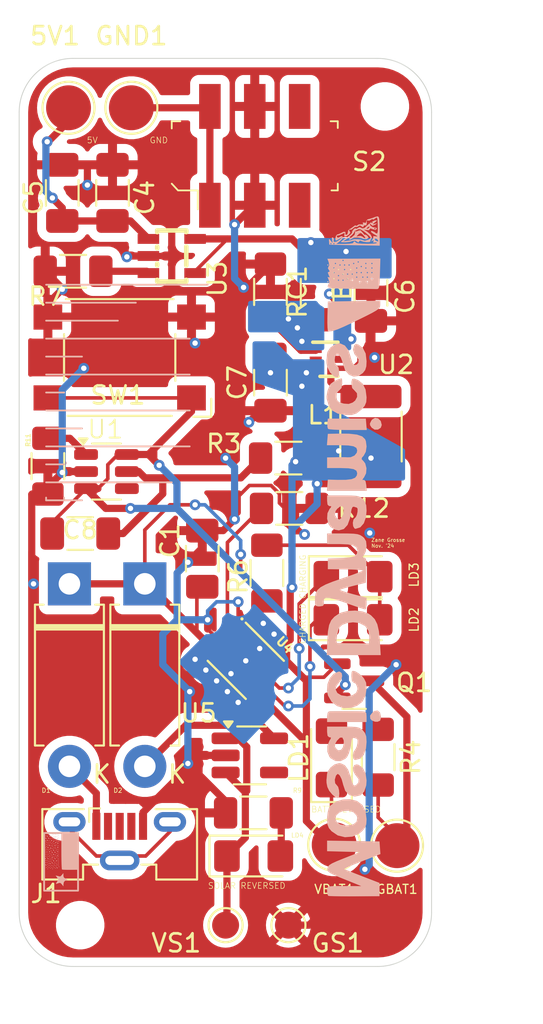
<source format=kicad_pcb>
(kicad_pcb (version 20240108) (generator "pcbnew") (generator_version "8.0")
  (layers (0 "F.Cu" signal) (31 "B.Cu" signal) (34 "B.Paste" user) (35 "F.Paste" user) (36 "B.SilkS" user "B.Silkscreen") (37 "F.SilkS" user "F.Silkscreen") (38 "B.Mask" user) (39 "F.Mask" user) (44 "Edge.Cuts" user))
  (net 0 "")
  (net 1 "Net-(U3-OUT)")
  (net 2 "GND")
  (net 3 "/3V7 -> 5V Boost")
  (net 4 "VBAT")
  (net 5 "Net-(U1-VDD)")
  (net 6 "Net-(Q1-S)")
  (net 7 "Net-(Q1-D)")
  (net 8 "unconnected-(J1-Shield-Pad6)")
  (net 12 "Net-(U2-SW)")
  (net 13 "Net-(LD1-A)")
  (net 14 "Net-(LD2-K)")
  (net 15 "Net-(LD2-A)")
  (net 16 "Net-(LD3-K)")
  (net 17 "Net-(LD4-A)")
  (net 18 "VSOLAR")
  (net 19 "Net-(U4-ISET)")
  (net 20 "Net-(U3-ISET)")
  (net 21 "Net-(U1-V-)")
  (net 22 "Net-(U2-FB)")
  (net 24 "unconnected-(U4-EXP-Pad9)")
  (net 25 "Net-(D1-K)")
  (net 26 "Net-(D1-A)")
  (net 27 "Net-(D2-A)")
  (net 30 "unconnected-(S2-Pad3)")
  (net 31 "Net-(GND1-Pad1)")
  (footprint "Resistor_SMD:R_1206_3216Metric_Pad1.30x1.75mm_HandSolder" (layer "F.Cu") (at 149.05 56.8)
    (property "Reference" "R3")
    (property "Value" "2K")
  )
  (footprint "" (layer "F.Cu") (at 137.4 80)
    (property "Reference" "")
    (property "Value" "")
  )
  (footprint "" (layer "F.Cu") (at 154.375 34.425)
    (property "Reference" "")
    (property "Value" "")
  )
  (footprint "TestPoint:TestPoint_Pad_D1.5mm" (layer "F.Cu") (at 145.5 80)
    (property "Reference" "VS1")
    (property "Value" "TestPoint")
  )
  (footprint "Resistor_SMD:R_1206_3216Metric_Pad1.30x1.75mm_HandSolder" (layer "F.Cu") (at 147.8 60.4 90)
    (property "Reference" "R6")
    (property "Value" "10K")
  )
  (footprint "" (layer "F.Cu") (at 154.375 34.425)
    (property "Reference" "")
    (property "Value" "")
  )
  (footprint "TestPoint:TestPoint_Pad_D2.5mm" (layer "F.Cu") (at 136.75 34.5)
    (property "Reference" "5V1")
    (property "Value" "TestPoint")
  )
  (footprint "Diode_THT:D_DO-15_P10.16mm_Horizontal" (layer "F.Cu") (at 136.8 61 -90)
    (property "Reference" "D1")
    (property "Value" "1N4007")
  )
  (footprint "LED_SMD:LED_1206_3216Metric_Pad1.42x1.75mm_HandSolder" (layer "F.Cu") (at 151.4 70.6875 90)
    (property "Reference" "LD1")
    (property "Value" "YELLOW WD")
  )
  (footprint "Resistor_SMD:R_1206_3216Metric_Pad1.30x1.75mm_HandSolder" (layer "F.Cu") (at 137 43.6 180)
    (property "Reference" "R7")
    (property "Value" "6.2K")
  )
  (footprint "Connector_USB:USB_Micro-B_Molex-105133-0031" (layer "F.Cu") (at 139.6 75.325)
    (property "Reference" "J1")
    (property "Value" "USB_B_Micro")
  )
  (footprint "LED_SMD:LED_1206_3216Metric_Pad1.42x1.75mm_HandSolder" (layer "F.Cu") (at 147.0625 76.15)
    (property "Reference" "LD4")
    (property "Value" "YELLOW WD")
  )
  (footprint "CN3065:DFN300X300X90-9N" (layer "F.Cu") (at 146.624264 65.284924 -45)
    (property "Reference" "U4")
    (property "Value" "CN3065")
  )
  (footprint "TestPoint:TestPoint_Pad_D1.5mm" (layer "F.Cu") (at 149 80)
    (property "Reference" "GS1")
    (property "Value" "TestPoint")
  )
  (footprint "TestPoint:TestPoint_Pad_D2.5mm" (layer "F.Cu") (at 151.55 75.525)
    (property "Reference" "VBAT1")
    (property "Value" "TestPoint")
  )
  (footprint "Capacitor_SMD:C_1206_3216Metric_Pad1.33x1.80mm_HandSolder" (layer "F.Cu") (at 137.4 58.2)
    (property "Reference" "C8")
    (property "Value" "0.1uF")
  )
  (footprint "Resistor_SMD:R_1206_3216Metric_Pad1.30x1.75mm_HandSolder" (layer "F.Cu") (at 150.6 44.75 -90)
    (property "Reference" "RB2")
    (property "Value" "910K")
  )
  (footprint "Resistor_SMD:R_1206_3216Metric_Pad1.30x1.75mm_HandSolder" (layer "F.Cu") (at 147.05 73.75 180)
    (property "Reference" "R9")
    (property "Value" "1K")
  )
  (footprint "" (layer "F.Cu") (at 137.4 80)
    (property "Reference" "")
    (property "Value" "")
  )
  (footprint "Capacitor_SMD:C_1206_3216Metric_Pad1.33x1.80mm_HandSolder" (layer "F.Cu") (at 139.2 39.2375 -90)
    (property "Reference" "C4")
    (property "Value" "100nF")
  )
  (footprint "digikey-footprints:Switch_Slide_JS202011SCQN" (layer "F.Cu") (at 147.125 37.175)
    (property "Reference" "S2")
    (property "Value" "JS202011SCQN")
  )
  (footprint "TPS61023DRLR:DRL0006A" (layer "F.Cu") (at 151.259999 48.500001)
    (property "Reference" "U2")
    (property "Value" "TPS61023DRLR")
  )
  (footprint "Package_TO_SOT_SMD:SOT-23" (layer "F.Cu") (at 152.6625 66.4)
    (property "Reference" "Q1")
    (property "Value" "AO3400A")
  )
  (footprint "Button_Switch_SMD:SW_SPST_Omron_B3FS-100xP" (layer "F.Cu") (at 139.6 48.4 180)
    (property "Reference" "SW1")
    (property "Value" "SW_Omron_B3FS")
  )
  (footprint "TestPoint:TestPoint_Pad_D2.5mm" (layer "F.Cu") (at 155.05 75.575)
    (property "Reference" "GBAT1")
    (property "Value" "TestPoint")
  )
  (footprint "customlibrary:DW06D" (layer "F.Cu") (at 142.3125 60.75)
    (property "Reference" "U1")
    (property "Value" "~")
  )
  (footprint "Diode_THT:D_DO-15_P10.16mm_Horizontal" (layer "F.Cu") (at 141 61 -90)
    (property "Reference" "D2")
    (property "Value" "1N4007")
  )
  (footprint "Capacitor_SMD:C_1206_3216Metric_Pad1.33x1.80mm_HandSolder" (layer "F.Cu") (at 136.4 39.2375 -90)
    (property "Reference" "C5")
    (property "Value" "10uF")
  )
  (footprint "SY6280:SOT23-5" (layer "F.Cu") (at 142.5001 42.75 -90)
    (property "Reference" "U3")
    (property "Value" "SY6280")
  )
  (footprint "TestPoint:TestPoint_Pad_D2.5mm" (layer "F.Cu") (at 140.25 34.5)
    (property "Reference" "GND1")
    (property "Value" "TestPoint")
  )
  (footprint "Resistor_SMD:R_1206_3216Metric_Pad1.30x1.75mm_HandSolder" (layer "F.Cu") (at 154 70.65 -90)
    (property "Reference" "R4")
    (property "Value" "1K")
  )
  (footprint "Resistor_SMD:R_1206_3216Metric_Pad1.30x1.75mm_HandSolder" (layer "F.Cu") (at 149 54 180)
    (property "Reference" "R12")
    (property "Value" "100R")
  )
  (footprint "Capacitor_SMD:C_1206_3216Metric_Pad1.33x1.80mm_HandSolder" (layer "F.Cu") (at 153.6 44.8 90)
    (property "Reference" "C6")
    (property "Value" "47uF")
  )
  (footprint "Inductor_SMD:L_1812_4532Metric_Pad1.30x3.40mm_HandSolder" (layer "F.Cu") (at 153.6 52.8 90)
    (property "Reference" "L1")
    (property "Value" "1uH")
  )
  (footprint "LED_SMD:LED_1206_3216Metric_Pad1.42x1.75mm_HandSolder" (layer "F.Cu") (at 152.6 60.6)
    (property "Reference" "LD3")
    (property "Value" "RED IND")
  )
  (footprint "Capacitor_SMD:C_1206_3216Metric_Pad1.33x1.80mm_HandSolder" (layer "F.Cu") (at 148 49.8 90)
    (property "Reference" "C7")
    (property "Value" "22uF")
  )
  (footprint "Resistor_SMD:R_1206_3216Metric_Pad1.30x1.75mm_HandSolder" (layer "F.Cu") (at 148 44.75 90)
    (property "Reference" "RC1")
    (property "Value" "100K")
  )
  (footprint "LED_SMD:LED_1206_3216Metric_Pad1.42x1.75mm_HandSolder" (layer "F.Cu") (at 152.6 63)
    (property "Reference" "LD2")
    (property "Value" "GREEN IND")
  )
  (footprint "Resistor_SMD:R_1206_3216Metric_Pad1.30x1.75mm_HandSolder" (layer "F.Cu") (at 135.6 54.45 -90)
    (property "Reference" "R11")
    (property "Value" "1K")
  )
  (footprint "Package_TO_SOT_SMD:SOT-23-5_HandSoldering" (layer "F.Cu") (at 146.85 70.55)
    (property "Reference" "U5")
    (property "Value" "AP2127K-4.75")
  )
  (footprint "Capacitor_SMD:C_1206_3216Metric_Pad1.33x1.80mm_HandSolder" (layer "F.Cu") (at 144.2 59.6 90)
    (property "Reference" "C1")
    (property "Value" "22uF")
  )
  (footprint "LOGO" (layer "B.Cu") (at 136.35 76.379263 90)
    (property "Reference" "G***" (hide yes))
    (property "Value" "LOGO" (hide yes))
  )
  (footprint "LOGO" (layer "B.Cu") (at 152.17 59.465 90)
    (property "Reference" "G***" (hide yes))
    (property "Value" "LOGO" (hide yes))
  )
  (gr_line (start 135.5 45.35) (end 140.5 45.35) (stroke (width 0.1)) (layer "B.SilkS"))
  (gr_line (start 136.5 56.35) (end 136.5 56.2) (stroke (width 0.1)) (layer "B.SilkS"))
  (gr_line (start 135.5 56.35) (end 135.5 56.2) (stroke (width 0.1)) (layer "B.SilkS"))
  (gr_line (start 135.5 49.35) (end 143.5 49.35) (stroke (width 0.1)) (layer "B.SilkS"))
  (gr_line (start 135.5 54.35) (end 136.5 54.35) (stroke (width 0.1)) (layer "B.SilkS"))
  (gr_line (start 135.5 56.35) (end 137.5 56.35) (stroke (width 0.1)) (layer "B.SilkS"))
  (gr_line (start 135.5 48.35) (end 137.5 48.35) (stroke (width 0.1)) (layer "B.SilkS"))
  (gr_line (start 135.5 55.35) (end 142.5 55.35) (stroke (width 0.1)) (layer "B.SilkS"))
  (gr_rect (start 135.389999 74.87) (end 137.279999 78.08) (stroke (width 0.1)) (fill none) (layer "B.SilkS"))
  (gr_line (start 135.5 47.35) (end 143.5 47.35) (stroke (width 0.1)) (layer "B.SilkS"))
  (gr_line (start 135.5 50.35) (end 136.5 50.35) (stroke (width 0.1)) (layer "B.SilkS"))
  (gr_line (start 135.5 52.35) (end 137.5 52.35) (stroke (width 0.1)) (layer "B.SilkS"))
  (gr_line (start 135.5 44.35) (end 144.5 44.35) (stroke (width 0.1)) (layer "B.SilkS"))
  (gr_line (start 135.5 53.35) (end 143.5 53.35) (stroke (width 0.1)) (layer "B.SilkS"))
  (gr_line (start 135.5 46.35) (end 139.5 46.35) (stroke (width 0.1)) (layer "B.SilkS"))
  (gr_line (start 135.5 51.35) (end 143.5 51.35) (stroke (width 0.1)) (layer "B.SilkS"))
  (gr_line (start 135.5 56.35) (end 136.5 56.35) (stroke (width 0.1)) (layer "B.SilkS"))
  (gr_line (start 137 31.75) (end 153.975 31.75) (stroke (width 0.05)) (layer "Edge.Cuts"))
  (gr_arc (start 153.975 31.75) (mid 156.09632 32.62868) (end 156.975 34.75) (stroke (width 0.05)) (layer "Edge.Cuts"))
  (gr_line (start 134 79.3) (end 134 34.75) (stroke (width 0.05)) (layer "Edge.Cuts"))
  (gr_arc (start 134 34.75) (mid 134.87868 32.62868) (end 137 31.75) (stroke (width 0.05)) (layer "Edge.Cuts"))
  (gr_arc (start 137 82.3) (mid 134.87868 81.42132) (end 134 79.3) (stroke (width 0.05)) (layer "Edge.Cuts"))
  (gr_line (start 156.975 34.75) (end 156.975 79.3) (stroke (width 0.05)) (layer "Edge.Cuts"))
  (gr_arc (start 156.975 79.3) (mid 156.09632 81.42132) (end 153.975 82.3) (stroke (width 0.05)) (layer "Edge.Cuts"))
  (gr_line (start 153.975 82.3) (end 137 82.3) (stroke (width 0.05)) (layer "Edge.Cuts"))
  (gr_text "5V" (at 137.75 36.5 0) (layer "F.SilkS") (effects (font (size 0.333333 0.333333) (thickness 0.033333)) (justify left bottom)))
  (gr_text "CHARGED\n\n" (at 150.53 64.37 90) (layer "F.SilkS") (effects (font (size 0.333333 0.333333) (thickness 0.033333)) (justify left bottom)))
  (gr_text "GND\n" (at 141.25 36.5 0) (layer "F.SilkS") (effects (font (size 0.333333 0.333333) (thickness 0.033333)) (justify left bottom)))
  (gr_text "BATT REVERSED\n" (at 150.25 73.75 0) (layer "F.SilkS") (effects (font (size 0.333333 0.333333) (thickness 0.033333)) (justify left bottom)))
  (gr_text "SOLAR REVERSED\n" (at 144.5 78 0) (layer "F.SilkS") (effects (font (size 0.333333 0.333333) (thickness 0.033333)) (justify left bottom)))
  (gr_text "Zane Grosse\nNov. '24" (at 153.6 59 0) (layer "F.SilkS") (effects (font (size 0.2 0.2) (thickness 0.032)) (justify left bottom)))
  (gr_text "CHARGING\n" (at 150 61.865 90) (layer "F.SilkS") (effects (font (size 0.333333 0.333333) (thickness 0.033333)) (justify left bottom)))
  (segment (start 140.2 40.8) (end 141.2 41.8) (width 0.4) (layer "F.Cu") (net 1))
  (segment (start 136.75 35.25) (end 136.75 34.5) (width 0.4) (layer "F.Cu") (net 1))
  (segment (start 135.61 36.39) (end 136.75 35.25) (width 0.4) (layer "F.Cu") (net 1))
  (segment (start 136.4 40.8) (end 139.2 40.8) (width 0.4) (layer "F.Cu") (net 1))
  (segment (start 135.56 36.39) (end 135.61 36.39) (width 0.4) (layer "F.Cu") (net 1))
  (segment (start 139.2 40.8) (end 140.2 40.8) (width 0.4) (layer "F.Cu") (net 1))
  (segment (start 136.4 40.07) (end 136.4 40.8) (width 0.4) (layer "F.Cu") (net 1))
  (segment (start 135.85 39.52) (end 136.4 40.07) (width 0.4) (layer "F.Cu") (net 1))
  (via (at 135.56 36.39) (size 0.6) (drill 0.3) (layers "F.Cu" "B.Cu") (net 1))
  (via (at 135.85 39.52) (size 0.6) (drill 0.3) (layers "F.Cu" "B.Cu") (net 1))
  (segment (start 135.49 36.46) (end 135.56 36.39) (width 0.4) (layer "B.Cu") (net 1))
  (segment (start 135.49 39.16) (end 135.49 36.46) (width 0.4) (layer "B.Cu") (net 1))
  (segment (start 135.85 39.52) (end 135.49 39.16) (width 0.4) (layer "B.Cu") (net 1))
  (segment (start 143.85 70.55) (end 143.4 71) (width 0.4) (layer "F.Cu") (net 2))
  (segment (start 146.823834 55.525) (end 148.034744 55.525) (width 0.2) (layer "F.Cu") (net 2))
  (segment (start 149.5 56.8) (end 150.6 56.8) (width 0.2) (layer "F.Cu") (net 2))
  (segment (start 140.05 42.75) (end 140 42.8) (width 0.4) (layer "F.Cu") (net 2))
  (segment (start 137.8 37.675) (end 137.8 38.8) (width 0.4) (layer "F.Cu") (net 2))
  (segment (start 149.5 56.8) (end 149.5 57.85) (width 0.2) (layer "F.Cu") (net 2))
  (segment (start 153.4 48.184997) (end 153.4 46.3625) (width 0.2) (layer "F.Cu") (net 2))
  (segment (start 143.6 46.15) (end 143.6 47.4) (width 0.4) (layer "F.Cu") (net 2))
  (segment (start 148.8 56.8) (end 149.5 56.8) (width 0.2) (layer "F.Cu") (net 2))
  (segment (start 136.4 44.55) (end 135.45 43.6) (width 0.4) (layer "F.Cu") (net 2))
  (segment (start 135.6 46.15) (end 135.6 45.4) (width 0.4) (layer "F.Cu") (net 2))
  (segment (start 146.2 62.001256) (end 146.201256 62) (width 0.2) (layer "F.Cu") (net 2))
  (segment (start 152.16 56.8) (end 150.6 56.8) (width 0.2) (layer "F.Cu") (net 2))
  (segment (start 153.4 48.184997) (end 153.584997 48.184997) (width 0.2) (layer "F.Cu") (net 2))
  (segment (start 152.584997 49) (end 153.4 48.184997) (width 0.2) (layer "F.Cu") (net 2))
  (segment (start 144.5 63.514214) (end 144.5 63) (width 0.4) (layer "F.Cu") (net 2))
  (segment (start 144.2 59) (end 143.4 59.8) (width 0.4) (layer "F.Cu") (net 2))
  (segment (start 146.2 63.8) (end 146.2 62.001256) (width 0.2) (layer "F.Cu") (net 2))
  (segment (start 148 51.3625) (end 147.4375 51.3625) (width 0.4) (layer "F.Cu") (net 2))
  (segment (start 149 80) (end 150.15 80) (width 0.4) (layer "F.Cu") (net 2))
  (segment (start 134.7 56.025) (end 134.7 60.9) (width 0.4) (layer "F.Cu") (net 2))
  (segment (start 144.2 58.0375) (end 145.3625 58.0375) (width 0.4) (layer "F.Cu") (net 2))
  (segment (start 146 57.4) (end 146 56.348834) (width 0.2) (layer "F.Cu") (net 2))
  (segment (start 136.4 44.6) (end 136.4 44.55) (width 0.4) (layer "F.Cu") (net 2))
  (segment (start 147.4375 51.3625) (end 146.8 52) (width 0.4) (layer "F.Cu") (net 2))
  (segment (start 148.5 55.990256) (end 148.5 56.5) (width 0.2) (layer "F.Cu") (net 2))
  (segment (start 136.4 37.675) (end 137.8 37.675) (width 0.4) (layer "F.Cu") (net 2))
  (segment (start 149.5 57.85) (end 149.9 58.25) (width 0.2) (layer "F.Cu") (net 2))
  (segment (start 146 56.348834) (end 146.823834 55.525) (width 0.2) (layer "F.Cu") (net 2))
  (segment (start 153.584997 48.184997) (end 153.8 48.4) (width 0.2) (layer "F.Cu") (net 2))
  (segment (start 135.6 56) (end 134.725 56) (width 0.4) (layer "F.Cu") (net 2))
  (segment (start 135.6 45.4) (end 136.4 44.6) (width 0.4) (layer "F.Cu") (net 2))
  (segment (start 145.5 70.55) (end 143.85 70.55) (width 0.4) (layer "F.Cu") (net 2))
  (segment (start 145.492893 64.507107) (end 144.5 63.514214) (width 0.2) (layer "F.Cu") (net 2))
  (segment (start 143.4 71.225) (end 143.4 71) (width 0.4) (layer "F.Cu") (net 2))
  (segment (start 141.2 42.75) (end 140.05 42.75) (width 0.4) (layer "F.Cu") (net 2))
  (segment (start 143.6 47.4) (end 143.8 47.6) (width 0.4) (layer "F.Cu") (net 2))
  (segment (start 152 49) (end 152.584997 49) (width 0.2) (layer "F.Cu") (net 2))
  (segment (start 135.6 55.6) (end 136.4 54.8) (width 0.4) (layer "F.Cu") (net 2))
  (segment (start 134.7 60.9) (end 134.8 61) (width 0.4) (layer "F.Cu") (net 2))
  (segment (start 147.25 34.5) (end 147.3 34.45) (width 0.4) (layer "F.Cu") (net 2))
  (segment (start 134.725 56) (end 134.7 56.025) (width 0.4) (layer "F.Cu") (net 2))
  (segment (start 145.5 73.75) (end 145.5 73.1) (width 0.4) (layer "F.Cu") (net 2))
  (segment (start 146.5 44.5) (end 146.7 44.5) (width 0.4) (layer "F.Cu") (net 2))
  (segment (start 137.725 54.75) (end 136.45 54.75) (width 0.4) (layer "F.Cu") (net 2))
  (segment (start 147.075 39.925) (end 146 41) (width 0.4) (layer "F.Cu") (net 2))
  (segment (start 147.125 34.425) (end 147.125 39.925) (width 0.4) (layer "F.Cu") (net 2))
  (segment (start 146.7 44.5) (end 148 43.2) (width 0.4) (layer "F.Cu") (net 2))
  (segment (start 140.9 74.25) (end 140.9 73.725) (width 0.4) (layer "F.Cu") (net 2))
  (segment (start 153.53 58.17) (end 152.16 56.8) (width 0.2) (layer "F.Cu") (net 2))
  (segment (start 136.45 54.75) (end 136.4 54.8) (width 0.4) (layer "F.Cu") (net 2))
  (segment (start 147.125 39.925) (end 147.075 39.925) (width 0.4) (layer "F.Cu") (net 2))
  (segment (start 148.034744 55.525) (end 148.5 55.990256) (width 0.2) (layer "F.Cu") (net 2))
  (segment (start 145.5 73.1) (end 143.4 71) (width 0.4) (layer "F.Cu") (net 2))
  (segment (start 148.5 56.5) (end 148.8 56.8) (width 0.2) (layer "F.Cu") (net 2))
  (segment (start 144.2 58.0375) (end 144.2 59) (width 0.4) (layer "F.Cu") (net 2))
  (segment (start 135.6 56) (end 135.6 55.6) (width 0.4) (layer "F.Cu") (net 2))
  (segment (start 145.3625 58.0375) (end 146 57.4) (width 0.4) (layer "F.Cu") (net 2))
  (segment (start 140.9 73.725) (end 143.4 71.225) (width 0.4) (layer "F.Cu") (net 2))
  (segment (start 150.15 80) (end 153.26 76.89) (width 0.4) (layer "F.Cu") (net 2))
  (segment (start 137.8 37.675) (end 139.2 37.675) (width 0.4) (layer "F.Cu") (net 2))
  (via (at 146.201256 62) (size 0.6) (drill 0.3) (layers "F.Cu" "B.Cu") (net 2))
  (via (at 143.8 47.6) (size 0.6) (drill 0.3) (layers "F.Cu" "B.Cu") (net 2))
  (via (at 153.26 76.89) (size 0.6) (drill 0.3) (layers "F.Cu" "B.Cu") (net 2))
  (via (at 137.8 38.8) (size 0.6) (drill 0.3) (layers "F.Cu" "B.Cu") (net 2))
  (via (at 136.4 44.6) (size 0.6) (drill 0.3) (layers "F.Cu" "B.Cu") (net 2))
  (via (at 137.6 49) (size 0.6) (drill 0.3) (layers "F.Cu" "B.Cu") (net 2))
  (via (at 144.5 63) (size 0.6) (drill 0.3) (layers "F.Cu" "B.Cu") (net 2))
  (via (at 136.4 44.6) (size 0.6) (drill 0.3) (layers "F.Cu" "B.Cu") (net 2))
  (via (at 149.9 58.25) (size 0.6) (drill 0.3) (layers "F.Cu" "B.Cu") (net 2))
  (via (at 146.5 44.5) (size 0.6) (drill 0.3) (layers "F.Cu" "B.Cu") (net 2))
  (via (at 146 57.4) (size 0.6) (drill 0.3) (layers "F.Cu" "B.Cu") (net 2))
  (via (at 155 65.5) (size 0.6) (drill 0.3) (layers "F.Cu" "B.Cu") (net 2))
  (via (at 153.8 48.4) (size 0.6) (drill 0.3) (layers "F.Cu" "B.Cu") (net 2))
  (via (at 134.8 61) (size 0.6) (drill 0.3) (layers "F.Cu" "B.Cu") (net 2))
  (via (at 143.5 67) (size 0.6) (drill 0.3) (layers "F.Cu" "B.Cu") (net 2))
  (via (at 143.4 59.8) (size 0.6) (drill 0.3) (layers "F.Cu" "B.Cu") (net 2))
  (via (at 136.4 54.8) (size 0.6) (drill 0.3) (layers "F.Cu" "B.Cu") (net 2))
  (via (at 140 42.8) (size 0.6) (drill 0.3) (layers "F.Cu" "B.Cu") (net 2))
  (via (at 153.53 58.17) (size 0.6) (drill 0.3) (layers "F.Cu" "B.Cu") (net 2))
  (via (at 143.4 71) (size 0.6) (drill 0.3) (layers "F.Cu" "B.Cu") (net 2))
  (via (at 145.5 54) (size 0.6) (drill 0.3) (layers "F.Cu" "B.Cu") (net 2))
  (via (at 146.8 52) (size 0.6) (drill 0.3) (layers "F.Cu" "B.Cu") (net 2))
  (via (at 146 41) (size 0.6) (drill 0.3) (layers "F.Cu" "B.Cu") (net 2))
  (segment (start 146 41) (end 146 43.5) (width 0.4) (layer "B.Cu") (net 2))
  (segment (start 142 65.5) (end 142 63.8) (width 0.4) (layer "B.Cu") (net 2))
  (segment (start 145 62) (end 146.201256 62) (width 0.2) (layer "B.Cu") (net 2))
  (segment (start 146 43.5) (end 146 44) (width 0.4) (layer "B.Cu") (net 2))
  (segment (start 146 44) (end 146.5 44.5) (width 0.4) (layer "B.Cu") (net 2))
  (segment (start 143.4 71) (end 143.4 67.1) (width 0.4) (layer "B.Cu") (net 2))
  (segment (start 136.4 54.8) (end 136.4 50.2) (width 0.4) (layer "B.Cu") (net 2))
  (segment (start 146 54.5) (end 145.5 54) (width 0.4) (layer "B.Cu") (net 2))
  (segment (start 136.4 50.2) (end 137.6 49) (width 0.4) (layer "B.Cu") (net 2))
  (segment (start 143.4 67.1) (end 143.5 67) (width 0.4) (layer "B.Cu") (net 2))
  (segment (start 142 63.8) (end 142.8 63) (width 0.4) (layer "B.Cu") (net 2))
  (segment (start 144.5 62.5) (end 145 62) (width 0.2) (layer "B.Cu") (net 2))
  (segment (start 146 57.4) (end 146 54.5) (width 0.4) (layer "B.Cu") (net 2))
  (segment (start 143.5 67) (end 142 65.5) (width 0.4) (layer "B.Cu") (net 2))
  (segment (start 142.8 60.4) (end 142.8 63) (width 0.4) (layer "B.Cu") (net 2))
  (segment (start 153.5 67) (end 155 65.5) (width 0.4) (layer "B.Cu") (net 2))
  (segment (start 153.26 76.89) (end 153.5 76.65) (width 0.4) (layer "B.Cu") (net 2))
  (segment (start 144.5 63) (end 144.5 62.5) (width 0.2) (layer "B.Cu") (net 2))
  (segment (start 153.5 76.65) (end 153.5 67) (width 0.4) (layer "B.Cu") (net 2))
  (segment (start 142.8 63) (end 143 63) (width 0.4) (layer "B.Cu") (net 2))
  (segment (start 143.4 59.8) (end 142.8 60.4) (width 0.4) (layer "B.Cu") (net 2))
  (segment (start 144.5 63) (end 143 63) (width 0.4) (layer "B.Cu") (net 2))
  (segment (start 152 46) (end 152 43.2) (width 0.4) (layer "F.Cu") (net 3))
  (segment (start 152.21 42.5) (end 152.8625 42.5) (width 0.4) (layer "F.Cu") (net 3))
  (segment (start 152.489537 47.369336) (end 152.130664 47.369336) (width 0.4) (layer "F.Cu") (net 3))
  (segment (start 143.8002 43.5998) (end 145.6 41.8) (width 0.2) (layer "F.Cu") (net 3))
  (segment (start 149.2 41.8) (end 145.6 41.8) (width 0.4) (layer "F.Cu") (net 3))
  (segment (start 150.6 43.2) (end 150.6 42.35) (width 0.2) (layer "F.Cu") (net 3))
  (segment (start 150.6 42.35) (end 150.25 42) (width 0.2) (layer "F.Cu") (net 3))
  (segment (start 152 47.5) (end 152 46) (width 0.4) (layer "F.Cu") (net 3))
  (segment (start 150.6 43.2) (end 152 43.2) (width 0.2) (layer "F.Cu") (net 3))
  (segment (start 150.6 43.2) (end 149.2 41.8) (width 0.4) (layer "F.Cu") (net 3))
  (segment (start 151.28 44.86) (end 152 45.58) (width 0.4) (layer "F.Cu") (net 3))
  (segment (start 152.8625 42.5) (end 153.6 43.2375) (width 0.4) (layer "F.Cu") (net 3))
  (segment (start 152.130664 47.369336) (end 152 47.5) (width 0.4) (layer "F.Cu") (net 3))
  (segment (start 143.8002 43.7) (end 143.8002 43.5998) (width 0.2) (layer "F.Cu") (net 3))
  (segment (start 152 43.2) (end 153.3625 43.2) (width 0.2) (layer "F.Cu") (net 3))
  (segment (start 145.6 41.8) (end 143.8002 41.8) (width 0.4) (layer "F.Cu") (net 3))
  (segment (start 152 47.999999) (end 152 47.5) (width 0.4) (layer "F.Cu") (net 3))
  (segment (start 152 45.58) (end 152 46) (width 0.4) (layer "F.Cu") (net 3))
  (segment (start 153.3625 43.2) (end 153.4 43.2375) (width 0.2) (layer "F.Cu") (net 3))
  (via (at 152.21 42.5) (size 0.6) (drill 0.3) (layers "F.Cu" "B.Cu") (net 3))
  (via (at 152.489537 47.369336) (size 0.6) (drill 0.3) (layers "F.Cu" "B.Cu") (net 3))
  (via (at 151.28 44.86) (size 0.6) (drill 0.3) (layers "F.Cu" "B.Cu") (net 3))
  (via (at 150.25 42) (size 0.6) (drill 0.3) (layers "F.Cu" "B.Cu") (net 3))
  (segment (start 148.9 64.31005) (end 149.1 64.11005) (width 0.4) (layer "F.Cu") (net 4))
  (segment (start 149.4 54.2) (end 149.6 54) (width 0.4) (layer "F.Cu") (net 4))
  (segment (start 150.95 53.6) (end 150.55 54) (width 0.2) (layer "F.Cu") (net 4))
  (segment (start 150.975 66.2) (end 151.725 65.45) (width 0.2) (layer "F.Cu") (net 4))
  (segment (start 150.519998 50.25) (end 150 50.25) (width 0.4) (layer "F.Cu") (net 4))
  (segment (start 150 66.4) (end 150 70.2) (width 0.4) (layer "F.Cu") (net 4))
  (segment (start 149.1 61.3) (end 149.2 61.2) (width 0.4) (layer "F.Cu") (net 4))
  (segment (start 151.4 75.6) (end 151.4 72.175) (width 0.2) (layer "F.Cu") (net 4))
  (segment (start 153.2 55.425) (end 153.6 55.025) (width 0.4) (layer "F.Cu") (net 4))
  (segment (start 150.519998 49) (end 150.519998 48.8) (width 0.4) (layer "F.Cu") (net 4))
  (segment (start 150.55 53.65) (end 150.519998 53.619998) (width 0.4) (layer "F.Cu") (net 4))
  (segment (start 149.8 66.2) (end 150 66.4) (width 0.4) (layer "F.Cu") (net 4))
  (segment (start 147.572614 67.4) (end 146.995495 66.822881) (width 0.4) (layer "F.Cu") (net 4))
  (segment (start 151.4 75.6) (end 150 74.2) (width 0.4) (layer "F.Cu") (net 4))
  (segment (start 150.519998 49) (end 150.25 49) (width 0.4) (layer "F.Cu") (net 4))
  (segment (start 147.579998 67.4) (end 147.572614 67.4) (width 0.4) (layer "F.Cu") (net 4))
  (segment (start 150 70.2) (end 150 69.820002) (width 0.4) (layer "F.Cu") (net 4))
  (segment (start 149.889999 69.710001) (end 147.579998 67.4) (width 0.4) (layer "F.Cu") (net 4))
  (segment (start 150.519998 53.619998) (end 150.519998 50.25) (width 0.4) (layer "F.Cu") (net 4))
  (segment (start 151.175 54.625) (end 150.55 54) (width 0.2) (layer "F.Cu") (net 4))
  (segment (start 148.5625 48.8) (end 150.519998 48.8) (width 0.2) (layer "F.Cu") (net 4))
  (segment (start 153.6 54) (end 153.6 55.025) (width 0.4) (layer "F.Cu") (net 4))
  (segment (start 150 50.25) (end 149.75 50) (width 0.4) (layer "F.Cu") (net 4))
  (segment (start 149.889999 69.710001) (end 149.8 69.620002) (width 0.2) (layer "F.Cu") (net 4))
  (segment (start 151.8 53.6) (end 150.95 53.6) (width 0.2) (layer "F.Cu") (net 4))
  (segment (start 150.519998 48.8) (end 150.519998 48.549998) (width 0.4) (layer "F.Cu") (net 4))
  (segment (start 150 74.2) (end 150 70.2) (width 0.4) (layer "F.Cu") (net 4))
  (segment (start 151.55 75.525) (end 151.725 75.525) (width 0.2) (layer "F.Cu") (net 4))
  (segment (start 149 65.4) (end 148.418376 65.4) (width 0.2) (layer "F.Cu") (net 4))
  (segment (start 148.9 65.3) (end 148.9 64.31005) (width 0.4) (layer "F.Cu") (net 4))
  (segment (start 149.1 64.11005) (end 149.1 61.3) (width 0.4) (layer "F.Cu") (net 4))
  (segment (start 153.4 54.625) (end 151.175 54.625) (width 0.4) (layer "F.Cu") (net 4))
  (segment (start 151.725 75.525) (end 152.4 76.2) (width 0.2) (layer "F.Cu") (net 4))
  (segment (start 149.8 66.2) (end 150.975 66.2) (width 0.2) (layer "F.Cu") (net 4))
  (segment (start 150.519998 50.25) (end 150.519998 49) (width 0.4) (layer "F.Cu") (net 4))
  (segment (start 148 48.2375) (end 148 49.25) (width 0.4) (layer "F.Cu") (net 4))
  (segment (start 149.8 66.2) (end 148.9 65.3) (width 0.4) (layer "F.Cu") (net 4))
  (segment (start 150.6 55.425) (end 153.2 55.425) (width 0.4) (layer "F.Cu") (net 4))
  (segment (start 150.55 54) (end 150.55 53.65) (width 0.4) (layer "F.Cu") (net 4))
  (segment (start 150 69.820002) (end 149.889999 69.710001) (width 0.4) (layer "F.Cu") (net 4))
  (segment (start 149.6 54) (end 150.55 54) (width 0.4) (layer "F.Cu") (net 4))
  (segment (start 150.25 49) (end 150 49.25) (width 0.4) (layer "F.Cu") (net 4))
  (segment (start 148.418376 65.4) (end 148.109188 65.709188) (width 0.2) (layer "F.Cu") (net 4))
  (via (at 149.4 54.2) (size 0.6) (drill 0.3) (layers "F.Cu" "B.Cu") (net 4))
  (via (at 153.6 54) (size 0.6) (drill 0.3) (layers "F.Cu" "B.Cu") (net 4))
  (via (at 149.2 61.2) (size 0.6) (drill 0.3) (layers "F.Cu" "B.Cu") (net 4))
  (via (at 151.8 53.6) (size 0.6) (drill 0.3) (layers "F.Cu" "B.Cu") (net 4))
  (via (at 148 49.25) (size 0.6) (drill 0.3) (layers "F.Cu" "B.Cu") (net 4))
  (via (at 150 49.25) (size 0.6) (drill 0.3) (layers "F.Cu" "B.Cu") (net 4))
  (via (at 149.75 50) (size 0.6) (drill 0.3) (layers "F.Cu" "B.Cu") (net 4))
  (via (at 150.6 55.425) (size 0.6) (drill 0.3) (layers "F.Cu" "B.Cu") (net 4))
  (segment (start 150.6 56.56005) (end 149.2 57.96005) (width 0.4) (layer "B.Cu") (net 4))
  (segment (start 149.2 59.8) (end 149.2 61.2) (width 0.4) (layer "B.Cu") (net 4))
  (segment (start 150.6 55.425) (end 150.6 56.56005) (width 0.4) (layer "B.Cu") (net 4))
  (segment (start 149.2 54.4) (end 149.2 59.8) (width 0.4) (layer "B.Cu") (net 4))
  (segment (start 149.4 54.2) (end 149.2 54.4) (width 0.4) (layer "B.Cu") (net 4))
  (segment (start 149.2 57.96005) (end 149.2 59.8) (width 0.4) (layer "B.Cu") (net 4))
  (segment (start 146.35 55.1) (end 142 55.1) (width 0.4) (layer "F.Cu") (net 5))
  (segment (start 142 55.1) (end 141.012499 55.1) (width 0.4) (layer "F.Cu") (net 5))
  (segment (start 139.78995 58.2) (end 142 55.98995) (width 0.4) (layer "F.Cu") (net 5))
  (segment (start 141.012499 55.1) (end 140.662499 54.75) (width 0.4) (layer "F.Cu") (net 5))
  (segment (start 147.45 54) (end 146.35 55.1) (width 0.4) (layer "F.Cu") (net 5))
  (segment (start 142 55.98995) (end 142 55.1) (width 0.4) (layer "F.Cu") (net 5))
  (segment (start 140.662499 54.75) (end 140 54.75) (width 0.4) (layer "F.Cu") (net 5))
  (segment (start 138.9625 58.2) (end 139.78995 58.2) (width 0.4) (layer "F.Cu") (net 5))
  (segment (start 141.2 53.8) (end 140 53.8) (width 0.4) (layer "F.Cu") (net 6))
  (segment (start 135.8375 57.5875) (end 137.725 55.7) (width 0.2) (layer "F.Cu") (net 6))
  (segment (start 138.9375 54.368026) (end 139.505526 53.8) (width 0.2) (layer "F.Cu") (net 6))
  (segment (start 141.5 53.5) (end 141.8 53.2) (width 0.4) (layer "F.Cu") (net 6))
  (segment (start 141.8 54.4) (end 141.2 53.8) (width 0.4) (layer "F.Cu") (net 6))
  (segment (start 143.6 51.4) (end 143.6 50.65) (width 0.4) (layer "F.Cu") (net 6))
  (segment (start 141.5 54.1) (end 141.5 53.5) (width 0.4) (layer "F.Cu") (net 6))
  (segment (start 135.8375 58.2) (end 135.8375 57.5875) (width 0.4) (layer "F.Cu") (net 6))
  (segment (start 137.725 55.7) (end 138.387499 55.7) (width 0.4) (layer "F.Cu") (net 6))
  (segment (start 141.8 53.2) (end 143.6 51.4) (width 0.4) (layer "F.Cu") (net 6))
  (segment (start 151.725 67.065) (end 151.725 67.35) (width 0.4) (layer "F.Cu") (net 6))
  (segment (start 135.6 50.65) (end 143.6 50.65) (width 0.2) (layer "F.Cu") (net 6))
  (segment (start 138.825 56.8) (end 137.725 55.7) (width 0.4) (layer "F.Cu") (net 6))
  (segment (start 141.8 53.2) (end 141.2 53.8) (width 0.4) (layer "F.Cu") (net 6))
  (segment (start 138.387499 55.7) (end 138.9375 55.149999) (width 0.2) (layer "F.Cu") (net 6))
  (segment (start 152.17 66.62) (end 151.725 67.065) (width 0.4) (layer "F.Cu") (net 6))
  (segment (start 138.9375 55.149999) (end 138.9375 54.368026) (width 0.2) (layer "F.Cu") (net 6))
  (segment (start 139.505526 53.8) (end 140 53.8) (width 0.4) (layer "F.Cu") (net 6))
  (segment (start 140.2 56.8) (end 138.825 56.8) (width 0.4) (layer "F.Cu") (net 6))
  (segment (start 141.8 54.4) (end 141.5 54.1) (width 0.4) (layer "F.Cu") (net 6))
  (via (at 140.2 56.8) (size 0.6) (drill 0.3) (layers "F.Cu" "B.Cu") (net 6))
  (via (at 152.17 66.62) (size 0.6) (drill 0.3) (layers "F.Cu" "B.Cu") (net 6))
  (via (at 141.8 54.4) (size 0.6) (drill 0.3) (layers "F.Cu" "B.Cu") (net 6))
  (segment (start 152.17 66.62) (end 152.17 66.18005) (width 0.4) (layer "B.Cu") (net 6))
  (segment (start 142.78995 56.8) (end 142.78995 55.38995) (width 0.4) (layer "B.Cu") (net 6))
  (segment (start 152.17 66.18005) (end 142.78995 56.8) (width 0.4) (layer "B.Cu") (net 6))
  (segment (start 142.78995 55.38995) (end 141.8 54.4) (width 0.4) (layer "B.Cu") (net 6))
  (segment (start 142.78995 56.8) (end 140.2 56.8) (width 0.4) (layer "B.Cu") (net 6))
  (segment (start 154 74) (end 155.6 75.6) (width 0.2) (layer "F.Cu") (net 7))
  (segment (start 154 72.2) (end 154 74) (width 0.2) (layer "F.Cu") (net 7))
  (segment (start 155.6 68.4) (end 155.6 75.6) (width 0.4) (layer "F.Cu") (net 7))
  (segment (start 153.6 66.4) (end 155.6 68.4) (width 0.4) (layer "F.Cu") (net 7))
  (segment (start 141.05 76.15) (end 139.6 76.15) (width 0.2) (layer "F.Cu") (net 8))
  (segment (start 138.3 76.15) (end 136.8 74.65) (width 0.2) (layer "F.Cu") (net 8))
  (segment (start 142.4 74.8) (end 141.05 76.15) (width 0.2) (layer "F.Cu") (net 8))
  (segment (start 139.6 76.15) (end 138.3 76.15) (width 0.2) (layer "F.Cu") (net 8))
  (segment (start 142.4 74) (end 142.4 74.8) (width 0.2) (layer "F.Cu") (net 8))
  (segment (start 136.8 74.65) (end 136.8 74) (width 0.2) (layer "F.Cu") (net 8))
  (segment (start 151.775 50.175) (end 153.4 50.175) (width 0.4) (layer "F.Cu") (net 12))
  (segment (start 151.365 48.550001) (end 151.365 49.765) (width 0.4) (layer "F.Cu") (net 12))
  (segment (start 151.415003 48.499998) (end 151.365 48.550001) (width 0.2) (layer "F.Cu") (net 12))
  (segment (start 151.365 49.765) (end 151.775 50.175) (width 0.4) (layer "F.Cu") (net 12))
  (segment (start 152 48.499998) (end 151.415003 48.499998) (width 0.4) (layer "F.Cu") (net 12))
  (segment (start 151.4 69.2) (end 153.9 69.2) (width 0.2) (layer "F.Cu") (net 13))
  (segment (start 153.9 69.2) (end 154 69.1) (width 0.2) (layer "F.Cu") (net 13))
  (segment (start 148.785786 67.8) (end 149 67.8) (width 0.2) (layer "F.Cu") (net 14))
  (segment (start 150.6 63) (end 150.2 63.4) (width 0.2) (layer "F.Cu") (net 14))
  (segment (start 151.1125 63) (end 150.6 63) (width 0.2) (layer "F.Cu") (net 14))
  (segment (start 150.2 63.4) (end 150.2 65.6) (width 0.2) (layer "F.Cu") (net 14))
  (segment (start 147.402081 66.416295) (end 148.785786 67.8) (width 0.2) (layer "F.Cu") (net 14))
  (via (at 149 67.8) (size 0.6) (drill 0.3) (layers "F.Cu" "B.Cu") (net 14))
  (via (at 150.2 65.6) (size 0.6) (drill 0.3) (layers "F.Cu" "B.Cu") (net 14))
  (segment (start 149 67.8) (end 149.8 67.8) (width 0.2) (layer "B.Cu") (net 14))
  (segment (start 150.2 67.4) (end 150.2 65.6) (width 0.2) (layer "B.Cu") (net 14))
  (segment (start 149.8 67.8) (end 150.2 67.4) (width 0.2) (layer "B.Cu") (net 14))
  (segment (start 154.0875 63) (end 154.0875 60.6) (width 0.2) (layer "F.Cu") (net 15))
  (segment (start 154.0875 60.6) (end 152.3375 58.85) (width 0.2) (layer "F.Cu") (net 15))
  (segment (start 152.3375 58.85) (end 147.8 58.85) (width 0.2) (layer "F.Cu") (net 15))
  (segment (start 149.6 64.6) (end 149.6 62.1125) (width 0.2) (layer "F.Cu") (net 16))
  (segment (start 148.492894 66.8) (end 149 66.8) (width 0.2) (layer "F.Cu") (net 16))
  (segment (start 149.6 62.1125) (end 151.1125 60.6) (width 0.2) (layer "F.Cu") (net 16))
  (segment (start 147.755635 66.062741) (end 148.492894 66.8) (width 0.2) (layer "F.Cu") (net 16))
  (via (at 149 66.8) (size 0.6) (drill 0.3) (layers "F.Cu" "B.Cu") (net 16))
  (via (at 149.6 64.6) (size 0.6) (drill 0.3) (layers "F.Cu" "B.Cu") (net 16))
  (segment (start 149.6 66.2) (end 149 66.8) (width 0.2) (layer "B.Cu") (net 16))
  (segment (start 149.6 64.6) (end 149.6 66.2) (width 0.2) (layer "B.Cu") (net 16))
  (segment (start 148.6 76.1) (end 148.55 76.15) (width 0.4) (layer "F.Cu") (net 17))
  (segment (start 148.6 73.75) (end 148.6 76.1) (width 0.4) (layer "F.Cu") (net 17))
  (segment (start 145.575 79.925) (end 145.5 80) (width 0.4) (layer "F.Cu") (net 18))
  (segment (start 145.575 76.15) (end 146.6 75.125) (width 0.4) (layer "F.Cu") (net 18))
  (segment (start 146.6 72.6) (end 146.68 72.52) (width 0.4) (layer "F.Cu") (net 18))
  (segment (start 146.6 72.6) (end 145.5 71.5) (width 0.4) (layer "F.Cu") (net 18))
  (segment (start 145.575 76.15) (end 145.575 79.925) (width 0.4) (layer "F.Cu") (net 18))
  (segment (start 146.2 69.6) (end 145.5 69.6) (width 0.4) (layer "F.Cu") (net 18))
  (segment (start 146.6 75.125) (end 146.6 72.6) (width 0.4) (layer "F.Cu") (net 18))
  (segment (start 146.68 70.08) (end 146.2 69.6) (width 0.4) (layer "F.Cu") (net 18))
  (segment (start 146.68 72.52) (end 146.68 70.08) (width 0.4) (layer "F.Cu") (net 18))
  (segment (start 145.601256 63.908362) (end 145.846447 64.153553) (width 0.2) (layer "F.Cu") (net 19))
  (segment (start 147.5 56.8) (end 145.601256 58.698744) (width 0.2) (layer "F.Cu") (net 19))
  (segment (start 145.601256 58.698744) (end 145.601256 63.908362) (width 0.2) (layer "F.Cu") (net 19))
  (segment (start 141.1 43.6) (end 141.2 43.7) (width 0.4) (layer "F.Cu") (net 20))
  (segment (start 138.55 43.6) (end 141.1 43.6) (width 0.4) (layer "F.Cu") (net 20))
  (segment (start 136.825 52.9) (end 137.725 53.8) (width 0.4) (layer "F.Cu") (net 21))
  (segment (start 135.6 52.9) (end 136.825 52.9) (width 0.4) (layer "F.Cu") (net 21))
  (segment (start 150.519998 47.999999) (end 150.519998 47.070002) (width 0.4) (layer "F.Cu") (net 22))
  (segment (start 149.95 46.3) (end 149.5 46.75) (width 0.4) (layer "F.Cu") (net 22))
  (segment (start 148 46.3) (end 148.95 46.3) (width 0.4) (layer "F.Cu") (net 22))
  (segment (start 149.75 47.949998) (end 149.75 47.5) (width 0.4) (layer "F.Cu") (net 22))
  (segment (start 148 46.3) (end 149.699999 47.999999) (width 0.4) (layer "F.Cu") (net 22))
  (segment (start 149.699999 47.999999) (end 149.75 47.949998) (width 0.4) (layer "F.Cu") (net 22))
  (segment (start 149.699999 47.999999) (end 150.519998 47.999999) (width 0.4) (layer "F.Cu") (net 22))
  (segment (start 150.6 46.3) (end 149.95 46.3) (width 0.4) (layer "F.Cu") (net 22))
  (segment (start 150.519998 47.070002) (end 151.29 46.3) (width 0.4) (layer "F.Cu") (net 22))
  (segment (start 148.95 46.3) (end 149 46.25) (width 0.4) (layer "F.Cu") (net 22))
  (via (at 149 46.25) (size 0.6) (drill 0.3) (layers "F.Cu" "B.Cu") (net 22))
  (via (at 149.75 47.5) (size 0.6) (drill 0.3) (layers "F.Cu" "B.Cu") (net 22))
  (via (at 149.5 46.75) (size 0.6) (drill 0.3) (layers "F.Cu" "B.Cu") (net 22))
  (segment (start 147.4 64.6) (end 148.2 63.8) (width 0.2) (layer "F.Cu") (net 24))
  (segment (start 146.715076 65.284924) (end 147.4 64.6) (width 0.2) (layer "F.Cu") (net 24))
  (segment (start 145.8 66) (end 145.4 66) (width 0.2) (layer "F.Cu") (net 24))
  (segment (start 145.4 66) (end 145 66.4) (width 0.2) (layer "F.Cu") (net 24))
  (segment (start 145.8 66) (end 145.909188 66) (width 0.2) (layer "F.Cu") (net 24))
  (segment (start 146.624264 65.284924) (end 146.715076 65.284924) (width 0.2) (layer "F.Cu") (net 24))
  (segment (start 145 66.4) (end 144.4 65.8) (width 0.2) (layer "F.Cu") (net 24))
  (segment (start 148.2 63.8) (end 147.6 63.2) (width 0.2) (layer "F.Cu") (net 24))
  (segment (start 145.6 67) (end 146.2 67.6) (width 0.2) (layer "F.Cu") (net 24))
  (segment (start 145.909188 66) (end 146.624264 65.284924) (width 0.2) (layer "F.Cu") (net 24))
  (segment (start 145 66.4) (end 145.6 67) (width 0.2) (layer "F.Cu") (net 24))
  (segment (start 144.4 65.8) (end 143.8 65.2) (width 0.2) (layer "F.Cu") (net 24))
  (via (at 147.6 63.2) (size 0.6) (drill 0.3) (layers "F.Cu" "B.Cu") (net 24))
  (via (at 146.2 67.6) (size 0.6) (drill 0.3) (layers "F.Cu" "B.Cu") (net 24))
  (via (at 148.2 63.8) (size 0.6) (drill 0.3) (layers "F.Cu" "B.Cu") (net 24))
  (via (at 147.4 64.6) (size 0.6) (drill 0.3) (layers "F.Cu" "B.Cu") (net 24))
  (via (at 144.4 65.8) (size 0.6) (drill 0.3) (layers "F.Cu" "B.Cu") (net 24))
  (via (at 145 66.4) (size 0.6) (drill 0.3) (layers "F.Cu" "B.Cu") (net 24))
  (via (at 145.8 66) (size 0.6) (drill 0.3) (layers "F.Cu" "B.Cu") (net 24))
  (via (at 143.8 65.2) (size 0.6) (drill 0.3) (layers "F.Cu" "B.Cu") (net 24))
  (via (at 146.624264 65.284924) (size 0.6) (drill 0.3) (layers "F.Cu" "B.Cu") (net 24))
  (via (at 145.6 67) (size 0.6) (drill 0.3) (layers "F.Cu" "B.Cu") (net 24))
  (segment (start 141 61) (end 141.172614 61) (width 0.4) (layer "F.Cu") (net 25))
  (segment (start 143.9 61.4625) (end 143.9 63.727386) (width 0.2) (layer "F.Cu") (net 25))
  (segment (start 144.2 61.1625) (end 143.9 61.4625) (width 0.2) (layer "F.Cu") (net 25))
  (segment (start 141 58) (end 141 61) (width 0.2) (layer "F.Cu") (net 25))
  (segment (start 143.9 63.727386) (end 144.536307 64.363693) (width 0.2) (layer "F.Cu") (net 25))
  (segment (start 141.27868 61) (end 141 61) (width 0.2) (layer "F.Cu") (net 25))
  (segment (start 144.536307 64.363693) (end 145.086307 64.913693) (width 0.4) (layer "F.Cu") (net 25))
  (segment (start 143.786307 63.613693) (end 144.536307 64.363693) (width 0.4) (layer "F.Cu") (net 25))
  (segment (start 141.172614 61) (end 143.786307 63.613693) (width 0.4) (layer "F.Cu") (net 25))
  (segment (start 143.8 56.6) (end 142.4 56.6) (width 0.2) (layer "F.Cu") (net 25))
  (segment (start 142.4 56.6) (end 141 58) (width 0.2) (layer "F.Cu") (net 25))
  (segment (start 136.8 61) (end 141 61) (width 0.4) (layer "F.Cu") (net 25))
  (segment (start 147.8 61.95) (end 146.340578 60.490578) (width 0.2) (layer "F.Cu") (net 25))
  (segment (start 143.6 63.427386) (end 143.786307 63.613693) (width 0.2) (layer "F.Cu") (net 25))
  (segment (start 146.340578 60.490578) (end 146.340578 59.360678) (width 0.2) (layer "F.Cu") (net 25))
  (via (at 146.340578 59.360678) (size 0.6) (drill 0.3) (layers "F.Cu" "B.Cu") (net 25))
  (via (at 143.8 56.6) (size 0.6) (drill 0.3) (layers "F.Cu" "B.Cu") (net 25))
  (segment (start 145.575735 57.824264) (end 144.351471 56.6) (width 0.2) (layer "B.Cu") (net 25))
  (segment (start 146.340578 58.589107) (end 145.575735 57.824264) (width 0.2) (layer "B.Cu") (net 25))
  (segment (start 144.351471 56.6) (end 143.8 56.6) (width 0.2) (layer "B.Cu") (net 25))
  (segment (start 146.340578 59.360678) (end 146.340578 58.840578) (width 0.2) (layer "B.Cu") (net 25))
  (segment (start 146.340578 58.840578) (end 146.340578 58.589107) (width 0.2) (layer "B.Cu") (net 25))
  (segment (start 138.3 72.66) (end 138.3 74.25) (width 0.4) (layer "F.Cu") (net 26))
  (segment (start 136.8 71.16) (end 138.3 72.66) (width 0.4) (layer "F.Cu") (net 26))
  (segment (start 147.475 68.875) (end 148.2 69.6) (width 0.4) (layer "F.Cu") (net 27))
  (segment (start 143.285 68.875) (end 147.475 68.875) (width 0.4) (layer "F.Cu") (net 27))
  (segment (start 141 71.16) (end 143.285 68.875) (width 0.4) (layer "F.Cu") (net 27))
  (segment (start 149.8 39.95) (end 149.8 40.3) (width 0.4) (layer "F.Cu") (net 30))
  (segment (start 140.25 34.5) (end 144.55 34.5) (width 0.4) (layer "F.Cu") (net 31))
  (segment (start 144.55 34.5) (end 144.625 34.425) (width 0.4) (layer "F.Cu") (net 31))
  (segment (start 140.325 34.425) (end 140.25 34.5) (width 0.4) (layer "F.Cu") (net 31))
  (segment (start 144.625 39.925) (end 144.625 34.425) (width 0.4) (layer "F.Cu") (net 31))
  (zone (net 2) (net_name "GND") (layer "F.Cu") (priority 5) (connect_pads (clearance 0.5)) (min_thickness 0.25) (fill yes (thermal_gap 0.5) (thermal_bridge_width 0.5))
    (polygon (pts (xy 134 32) (xy 133.5 81.5) (xy 143.5 85.5) (xy 162.5 80.5) (xy 160 29.5) (xy 135.5 28.5)))
  )
  (zone (net 3) (net_name "/3V7 -> 5V Boost") (layer "B.Cu") (priority 1) (connect_pads (clearance 0.5)) (min_thickness 0.25) (fill yes (thermal_gap 0.5) (thermal_bridge_width 0.5))
    (polygon (pts (xy 151 47.25) (xy 151.5 47.25) (xy 151.5 44.25) (xy 149.5 44.25) (xy 149.5 41.75) (xy 154.75 41.75) (xy 154.75 44) (xy 152.5 44) (xy 152.5 48) (xy 151.25 48)))
  )
  (zone (net 4) (net_name "VBAT") (layer "B.Cu") (priority 2) (connect_pads (clearance 0.5)) (min_thickness 0.25) (fill yes (thermal_gap 0.5) (thermal_bridge_width 0.5))
    (polygon (pts (xy 147 47.5) (xy 147 49.75) (xy 149.25 50.5) (xy 149.25 55.25) (xy 155.5 55.25) (xy 155.5 53.5) (xy 151 51) (xy 151 48.5) (xy 149.25 48.5) (xy 148.25 47.5)))
  )
  (zone (net 22) (net_name "Net-(U2-FB)") (layer "B.Cu") (priority 3) (connect_pads (clearance 0.5)) (min_thickness 0.25) (fill yes (thermal_gap 0.5) (thermal_bridge_width 0.5))
    (polygon (pts (xy 149.5 48) (xy 148.5 47) (xy 146.75 47) (xy 146.75 45.25) (xy 151 45.25) (xy 151 48)))
  )
  (zone (net 24) (net_name "unconnected-(U4-EXP-Pad9)") (layer "B.Cu") (connect_pads (clearance 0.5)) (min_thickness 0.25) (fill yes (thermal_gap 0.5) (thermal_bridge_width 0.5))
    (polygon (pts (xy 146.6 61.6) (xy 150.8 65.51) (xy 146.52 69.96) (xy 142.17 66.01)))
  )
)
</source>
